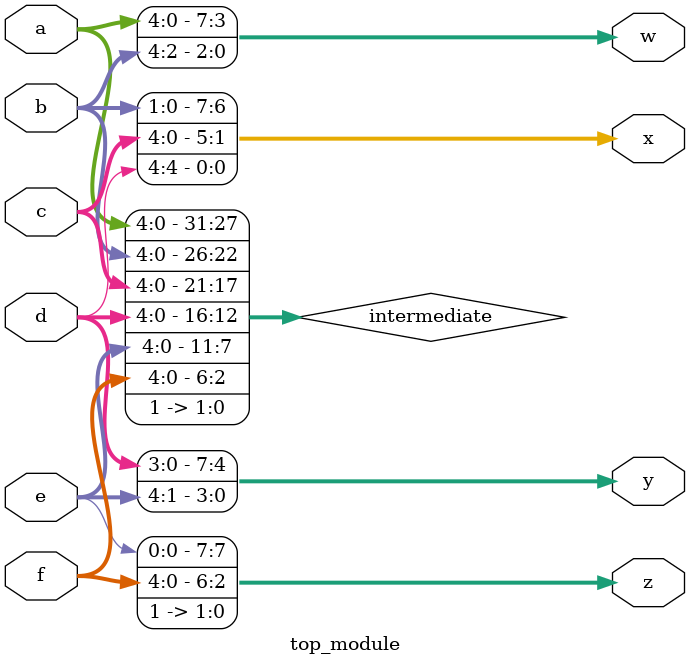
<source format=v>
module top_module (
    input [4:0] a, b, c, d, e, f,
    output [7:0] w, x, y, z );

      // Intermediate 32-bit vector
    wire [31:0] intermediate;

    // Concatenate inputs and add two 1 bits at the end
    assign intermediate = {a, b, c, d, e, f, 2'b11};

    // Split the intermediate vector into four 8-bit output vectors
    assign w = intermediate[31:24];
    assign x = intermediate[23:16];
    assign y = intermediate[15:8];
    assign z = intermediate[7:0];
  
endmodule

</source>
